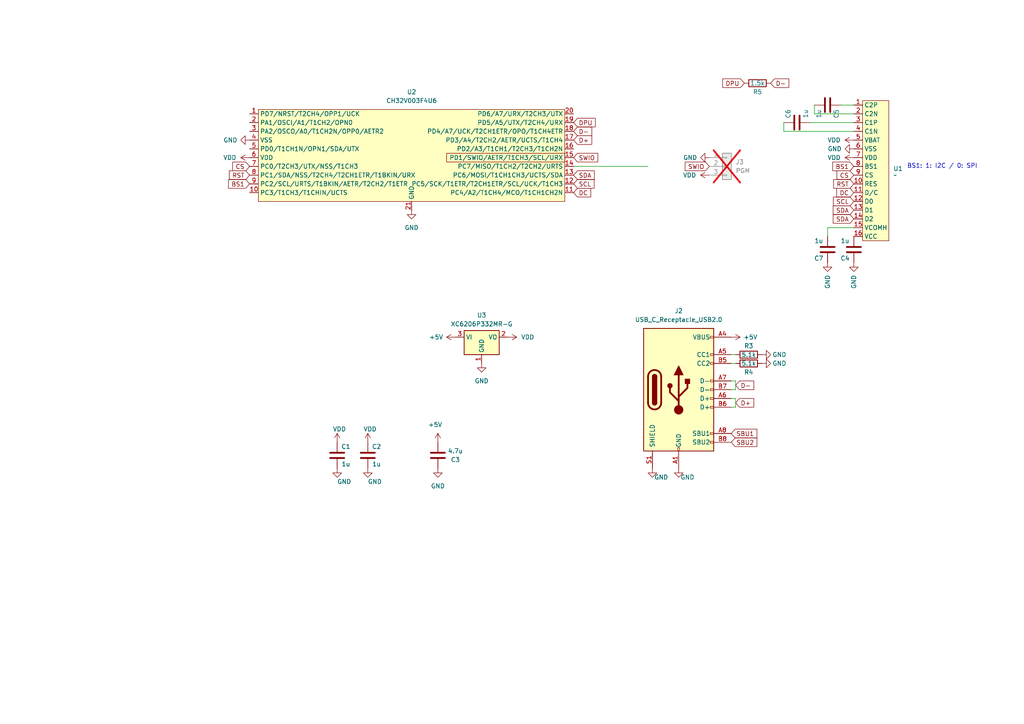
<source format=kicad_sch>
(kicad_sch (version 20231120) (generator "eeschema") (generator_version "8.0")
  (paper "A4")
  (lib_symbols
    (symbol "CH32V003F4U6:CH32V003F4U6"
      (property "Reference" "U" (at 0 0 0))
      (property "Value" "CH32V003F4U6" (at 0 3.81 0))
      (symbol "CH32V003F4U6_0_1"
        (rectangle (start -44.45 12.7) (end 44.45 -13.97) (fill (type background)))
        (rectangle (start 10.16 0) (end 44.45 -2.54) (fill (type background)))
      )
      (symbol "CH32V003F4U6_1_1"
        (pin bidirectional line (at -46.99 11.43 0) (length 2.54) (name "PD7/NRST/T2CH4/OPP1/UCK") (number "1"))
        (pin bidirectional line (at -46.99 -11.43 0) (length 2.54) (name "PC3/T1CH3/T1CHIN/UCTS") (number "10"))
        (pin bidirectional line (at 46.99 -11.43 180) (length 2.54) (name "PC4/A2/T1CH4/MCO/T1CH1CH2N") (number "11"))
        (pin bidirectional line (at 46.99 -8.89 180) (length 2.54) (name "PC5/SCK/T1ETR/T2CH1ETR/SCL/UCK/T1CH3") (number "12"))
        (pin bidirectional line (at 46.99 -6.35 180) (length 2.54) (name "PC6/MOSI/T1CH1CH3/UCTS/SDA") (number "13"))
        (pin bidirectional line (at 46.99 -3.81 180) (length 2.54) (name "PC7/MISO/T1CH2/T2CH2/URTS") (number "14"))
        (pin bidirectional line (at 46.99 -1.27 180) (length 2.54) (name "PD1/SWIO/AETR/T1CH3/SCL/URX") (number "15"))
        (pin bidirectional line (at 46.99 1.27 180) (length 2.54) (name "PD2/A3/T1CH1/T2CH3/T1CH2N") (number "16"))
        (pin bidirectional line (at 46.99 3.81 180) (length 2.54) (name "PD3/A4/T2CH2/AETR/UCTS/T1CH4") (number "17"))
        (pin bidirectional line (at 46.99 6.35 180) (length 2.54) (name "PD4/A7/UCK/T2CH1ETR/OPO/T1CH4ETR") (number "18"))
        (pin bidirectional line (at 46.99 8.89 180) (length 2.54) (name "PD5/A5/UTX/T2CH4/URX") (number "19"))
        (pin bidirectional line (at -46.99 8.89 0) (length 2.54) (name "PA1/OSCI/A1/T1CH2/OPN0") (number "2"))
        (pin bidirectional line (at 46.99 11.43 180) (length 2.54) (name "PD6/A7/URX/T2CH3/UTX") (number "20"))
        (pin bidirectional line (at 0 -16.51 90) (length 2.54) (name "GND") (number "21"))
        (pin bidirectional line (at -46.99 6.35 0) (length 2.54) (name "PA2/OSCO/A0/T1CH2N/OPP0/AETR2") (number "3"))
        (pin bidirectional line (at -46.99 3.81 0) (length 2.54) (name "VSS") (number "4"))
        (pin bidirectional line (at -46.99 1.27 0) (length 2.54) (name "PD0/T1CH1N/OPN1/SDA/UTX") (number "5"))
        (pin bidirectional line (at -46.99 -1.27 0) (length 2.54) (name "VDD") (number "6"))
        (pin bidirectional line (at -46.99 -3.81 0) (length 2.54) (name "PC0/T2CH3/UTX/NSS/T1CH3") (number "7"))
        (pin bidirectional line (at -46.99 -6.35 0) (length 2.54) (name "PC1/SDA/NSS/T2CH4/T2CH1ETR/T1BKIN/URX") (number "8"))
        (pin bidirectional line (at -46.99 -8.89 0) (length 2.54) (name "PC2/SCL/URTS/T1BKIN/AETR/T2CH2/T1ETR") (number "9"))
      )
    )
    (symbol "Connector:USB_C_Receptacle_USB2.0" (pin_names (offset 1.016))
      (property "Reference" "J" (at -10.16 19.05 0))
      (property "Value" "USB_C_Receptacle_USB2.0" (at 19.05 19.05 0))
      (symbol "USB_C_Receptacle_USB2.0_0_0"
        (rectangle (start -0.254 -17.78) (end 0.254 -16.764))
        (rectangle (start 10.16 -14.986) (end 9.144 -15.494))
        (rectangle (start 10.16 -12.446) (end 9.144 -12.954))
        (rectangle (start 10.16 -4.826) (end 9.144 -5.334))
        (rectangle (start 10.16 -2.286) (end 9.144 -2.794))
        (rectangle (start 10.16 0.254) (end 9.144 -0.254))
        (rectangle (start 10.16 2.794) (end 9.144 2.286))
        (rectangle (start 10.16 7.874) (end 9.144 7.366))
        (rectangle (start 10.16 10.414) (end 9.144 9.906))
        (rectangle (start 10.16 15.494) (end 9.144 14.986))
      )
      (symbol "USB_C_Receptacle_USB2.0_0_1"
        (rectangle (start -10.16 17.78) (end 10.16 -17.78) (stroke (width 0.254)) (fill (type background)))
        (arc (start -8.89 -3.81) (mid -6.985 -5.7067) (end -5.08 -3.81) (stroke (width 0.508)))
        (arc (start -7.62 -3.81) (mid -6.985 -4.4423) (end -6.35 -3.81) (stroke (width 0.254)))
        (arc (start -7.62 -3.81) (mid -6.985 -4.4423) (end -6.35 -3.81) (stroke (width 0.254)) (fill (type outline)))
        (rectangle (start -7.62 -3.81) (end -6.35 3.81) (stroke (width 0.254)) (fill (type outline)))
        (arc (start -6.35 3.81) (mid -6.985 4.4423) (end -7.62 3.81) (stroke (width 0.254)))
        (arc (start -6.35 3.81) (mid -6.985 4.4423) (end -7.62 3.81) (stroke (width 0.254)) (fill (type outline)))
        (arc (start -5.08 3.81) (mid -6.985 5.7067) (end -8.89 3.81) (stroke (width 0.508)))
        (circle (center -2.54 1.143) (radius 0.635) (stroke (width 0.254)) (fill (type outline)))
        (circle (center 0 -5.842) (radius 1.27) (fill (type outline)))
        (polyline (pts (xy -8.89 -3.81) (xy -8.89 3.81)) (stroke (width 0.508)))
        (polyline (pts (xy -5.08 3.81) (xy -5.08 -3.81)) (stroke (width 0.508)))
        (polyline (pts (xy 0 -5.842) (xy 0 4.318)) (stroke (width 0.508)))
        (polyline (pts (xy 0 -3.302) (xy -2.54 -0.762) (xy -2.54 0.508)) (stroke (width 0.508)))
        (polyline (pts (xy 0 -2.032) (xy 2.54 0.508) (xy 2.54 1.778)) (stroke (width 0.508)))
        (polyline (pts (xy -1.27 4.318) (xy 0 6.858) (xy 1.27 4.318) (xy -1.27 4.318)) (stroke (width 0.254)) (fill (type outline)))
        (rectangle (start 1.905 1.778) (end 3.175 3.048) (stroke (width 0.254)) (fill (type outline)))
      )
      (symbol "USB_C_Receptacle_USB2.0_1_1"
        (pin passive line (at 0 -22.86 90) (length 5.08) (name "GND") (number "A1"))
        (pin passive line (at 0 -22.86 90) (length 5.08) hide (name "GND") (number "A12"))
        (pin passive line (at 15.24 15.24 180) (length 5.08) (name "VBUS") (number "A4"))
        (pin bidirectional line (at 15.24 10.16 180) (length 5.08) (name "CC1") (number "A5"))
        (pin bidirectional line (at 15.24 -2.54 180) (length 5.08) (name "D+") (number "A6"))
        (pin bidirectional line (at 15.24 2.54 180) (length 5.08) (name "D-") (number "A7"))
        (pin bidirectional line (at 15.24 -12.7 180) (length 5.08) (name "SBU1") (number "A8"))
        (pin passive line (at 15.24 15.24 180) (length 5.08) hide (name "VBUS") (number "A9"))
        (pin passive line (at 0 -22.86 90) (length 5.08) hide (name "GND") (number "B1"))
        (pin passive line (at 0 -22.86 90) (length 5.08) hide (name "GND") (number "B12"))
        (pin passive line (at 15.24 15.24 180) (length 5.08) hide (name "VBUS") (number "B4"))
        (pin bidirectional line (at 15.24 7.62 180) (length 5.08) (name "CC2") (number "B5"))
        (pin bidirectional line (at 15.24 -5.08 180) (length 5.08) (name "D+") (number "B6"))
        (pin bidirectional line (at 15.24 0 180) (length 5.08) (name "D-") (number "B7"))
        (pin bidirectional line (at 15.24 -15.24 180) (length 5.08) (name "SBU2") (number "B8"))
        (pin passive line (at 15.24 15.24 180) (length 5.08) hide (name "VBUS") (number "B9"))
        (pin passive line (at -7.62 -22.86 90) (length 5.08) (name "SHIELD") (number "S1"))
      )
    )
    (symbol "Connector_Generic:Conn_01x03" (pin_names (offset 1.016) hide)
      (property "Reference" "J" (at 0 5.08 0))
      (property "Value" "Conn_01x03" (at 0 -5.08 0))
      (symbol "Conn_01x03_1_1"
        (rectangle (start -1.27 -2.413) (end 0 -2.667) (stroke (width 0.1524)))
        (rectangle (start -1.27 0.127) (end 0 -0.127) (stroke (width 0.1524)))
        (rectangle (start -1.27 2.667) (end 0 2.413) (stroke (width 0.1524)))
        (rectangle (start -1.27 3.81) (end 1.27 -3.81) (stroke (width 0.254)) (fill (type background)))
        (pin passive line (at -5.08 2.54 0) (length 3.81) (name "Pin_1") (number "1"))
        (pin passive line (at -5.08 0 0) (length 3.81) (name "Pin_2") (number "2"))
        (pin passive line (at -5.08 -2.54 0) (length 3.81) (name "Pin_3") (number "3"))
      )
    )
    (symbol "Device:C" (pin_numbers hide) (pin_names (offset 0.254))
      (property "Reference" "C" (at 0.635 2.54 0))
      (property "Value" "C" (at 0.635 -2.54 0))
      (symbol "C_0_1"
        (polyline (pts (xy -2.032 -0.762) (xy 2.032 -0.762)) (stroke (width 0.508)))
        (polyline (pts (xy -2.032 0.762) (xy 2.032 0.762)) (stroke (width 0.508)))
      )
      (symbol "C_1_1"
        (pin passive line (at 0 3.81 270) (length 2.794) (name "~") (number "1"))
        (pin passive line (at 0 -3.81 90) (length 2.794) (name "~") (number "2"))
      )
    )
    (symbol "Device:R" (pin_numbers hide) (pin_names (offset 0))
      (property "Reference" "R" (at 2.032 0 90))
      (property "Value" "R" (at 0 0 90))
      (symbol "R_0_1"
        (rectangle (start -1.016 -2.54) (end 1.016 2.54) (stroke (width 0.254)))
      )
      (symbol "R_1_1"
        (pin passive line (at 0 3.81 270) (length 1.27) (name "~") (number "1"))
        (pin passive line (at 0 -3.81 90) (length 1.27) (name "~") (number "2"))
      )
    )
    (symbol "Regulator_Linear:LM1117S-3.3"
      (property "Reference" "U" (at -3.81 3.175 0))
      (property "Value" "LM1117S-3.3" (at 0 3.175 0))
      (symbol "LM1117S-3.3_0_1"
        (rectangle (start -5.08 -5.08) (end 5.08 1.905) (stroke (width 0.254)) (fill (type background)))
      )
      (symbol "LM1117S-3.3_1_1"
        (pin power_in line (at 0 -7.62 90) (length 2.54) (name "GND") (number "1"))
        (pin power_out line (at 7.62 0 180) (length 2.54) (name "VO") (number "2"))
        (pin power_in line (at -7.62 0 0) (length 2.54) (name "VI") (number "3"))
      )
    )
    (symbol "cnhardware:OLED-0.42-72x40"
      (property "Reference" "U" (at -1.016 21.336 0))
      (symbol "OLED-0.42-72x40_1_1"
        (rectangle (start -3.81 20.32) (end 3.81 -20.32) (fill (type background)))
        (pin bidirectional line (at -6.35 19.05 0) (length 2.54) (name "C2P") (number "1"))
        (pin bidirectional line (at -6.35 -3.81 0) (length 2.54) (name "RES") (number "10"))
        (pin bidirectional line (at -6.35 -6.35 0) (length 2.54) (name "D/C") (number "11"))
        (pin bidirectional line (at -6.35 -8.89 0) (length 2.54) (name "D0") (number "12"))
        (pin bidirectional line (at -6.35 -11.43 0) (length 2.54) (name "D1") (number "13"))
        (pin bidirectional line (at -6.35 -13.97 0) (length 2.54) (name "D2") (number "14"))
        (pin bidirectional line (at -6.35 -16.51 0) (length 2.54) (name "VCOMH") (number "15"))
        (pin bidirectional line (at -6.35 -19.05 0) (length 2.54) (name "VCC") (number "16"))
        (pin bidirectional line (at -6.35 16.51 0) (length 2.54) (name "C2N") (number "2"))
        (pin bidirectional line (at -6.35 13.97 0) (length 2.54) (name "C1P") (number "3"))
        (pin bidirectional line (at -6.35 11.43 0) (length 2.54) (name "C1N") (number "4"))
        (pin bidirectional line (at -6.35 8.89 0) (length 2.54) (name "VBAT") (number "5"))
        (pin bidirectional line (at -6.35 6.35 0) (length 2.54) (name "VSS") (number "6"))
        (pin bidirectional line (at -6.35 3.81 0) (length 2.54) (name "VDD") (number "7"))
        (pin bidirectional line (at -6.35 1.27 0) (length 2.54) (name "BS1") (number "8"))
        (pin bidirectional line (at -6.35 -1.27 0) (length 2.54) (name "CS") (number "9"))
      )
    )
    (symbol "power:+5V" (power) (pin_names (offset 0))
      (property "Value" "+5V" (at 0 3.556 0))
      (symbol "+5V_0_1"
        (polyline (pts (xy -0.762 1.27) (xy 0 2.54)))
        (polyline (pts (xy 0 0) (xy 0 2.54)))
        (polyline (pts (xy 0 2.54) (xy 0.762 1.27)))
      )
      (symbol "+5V_1_1"
        (pin power_in line (at 0 0 90) (length 0) hide (name "+5V") (number "1"))
      )
    )
    (symbol "power:GND" (power) (pin_names (offset 0))
      (property "Value" "GND" (at 0 -3.81 0))
      (symbol "GND_0_1"
        (polyline (pts (xy 0 0) (xy 0 -1.27) (xy 1.27 -1.27) (xy 0 -2.54) (xy -1.27 -1.27) (xy 0 -1.27)))
      )
      (symbol "GND_1_1"
        (pin power_in line (at 0 0 270) (length 0) hide (name "GND") (number "1"))
      )
    )
    (symbol "power:VDD" (power) (pin_names (offset 0))
      (property "Value" "VDD" (at 0 3.81 0))
      (symbol "VDD_0_1"
        (polyline (pts (xy -0.762 1.27) (xy 0 2.54)))
        (polyline (pts (xy 0 0) (xy 0 2.54)))
        (polyline (pts (xy 0 2.54) (xy 0.762 1.27)))
      )
      (symbol "VDD_1_1"
        (pin power_in line (at 0 0 90) (length 0) hide (name "VDD") (number "1"))
      )
    )
  )
  (wire (pts (xy 213.36 118.11) (xy 212.09 118.11)))
  (wire (pts (xy 240.03 66.04) (xy 247.65 66.04)))
  (wire (pts (xy 212.09 113.03) (xy 213.36 113.03)))
  (wire (pts (xy 240.03 68.58) (xy 240.03 66.04)))
  (wire (pts (xy 213.36 115.57) (xy 213.36 118.11)))
  (wire (pts (xy 243.84 30.48) (xy 247.65 30.48)))
  (wire (pts (xy 236.22 33.02) (xy 247.65 33.02)))
  (wire (pts (xy 227.33 38.1) (xy 227.33 35.56)))
  (wire (pts (xy 236.22 30.48) (xy 236.22 33.02)))
  (wire (pts (xy 213.36 115.57) (xy 212.09 115.57)))
  (wire (pts (xy 213.36 110.49) (xy 212.09 110.49)))
  (wire (pts (xy 213.36 110.49) (xy 213.36 113.03)))
  (wire (pts (xy 166.37 48.26) (xy 187.96 48.26)))
  (wire (pts (xy 212.09 105.41) (xy 213.36 105.41)))
  (wire (pts (xy 234.95 35.56) (xy 247.65 35.56)))
  (wire (pts (xy 247.65 38.1) (xy 227.33 38.1)))
  (wire (pts (xy 212.09 102.87) (xy 213.36 102.87)))
  (text "BS1: 1: I2C / 0: SPI" (at 273.304 48.26 0) (effects (font (size 1.27 1.27))))
  (global_label "D+" (shape input) (at 166.37 40.64 0) (property "Intersheetrefs" "${INTERSHEET_REFS}" (effects (hide yes))))
  (global_label "SWIO" (shape input) (at 166.37 45.72 0) (property "Intersheetrefs" "${INTERSHEET_REFS}" (effects (hide yes))))
  (global_label "SWIO" (shape input) (at 205.74 48.26 180) (property "Intersheetrefs" "${INTERSHEET_REFS}" (effects (hide yes))))
  (global_label "SDA" (shape input) (at 247.65 63.5 180) (property "Intersheetrefs" "${INTERSHEET_REFS}" (effects (hide yes))))
  (global_label "DC" (shape input) (at 166.37 55.88 0) (property "Intersheetrefs" "${INTERSHEET_REFS}" (effects (hide yes))))
  (global_label "DPU" (shape input) (at 215.9 24.13 180) (property "Intersheetrefs" "${INTERSHEET_REFS}" (effects (hide yes))))
  (global_label "D-" (shape input) (at 213.36 111.76 0) (property "Intersheetrefs" "${INTERSHEET_REFS}" (effects (hide yes))))
  (global_label "SDA" (shape input) (at 166.37 50.8 0) (property "Intersheetrefs" "${INTERSHEET_REFS}" (effects (hide yes))))
  (global_label "BS1" (shape input) (at 247.65 48.26 180) (property "Intersheetrefs" "${INTERSHEET_REFS}" (effects (hide yes))))
  (global_label "BS1" (shape input) (at 72.39 53.34 180) (property "Intersheetrefs" "${INTERSHEET_REFS}" (effects (hide yes))))
  (global_label "SCL" (shape input) (at 166.37 53.34 0) (property "Intersheetrefs" "${INTERSHEET_REFS}" (effects (hide yes))))
  (global_label "D-" (shape input) (at 223.52 24.13 0) (property "Intersheetrefs" "${INTERSHEET_REFS}" (effects (hide yes))))
  (global_label "CS" (shape input) (at 247.65 50.8 180) (property "Intersheetrefs" "${INTERSHEET_REFS}" (effects (hide yes))))
  (global_label "SDA" (shape input) (at 247.65 60.96 180) (property "Intersheetrefs" "${INTERSHEET_REFS}" (effects (hide yes))))
  (global_label "D-" (shape input) (at 166.37 38.1 0) (property "Intersheetrefs" "${INTERSHEET_REFS}" (effects (hide yes))))
  (global_label "SBU1" (shape input) (at 212.09 125.73 0) (property "Intersheetrefs" "${INTERSHEET_REFS}" (effects (hide yes))))
  (global_label "RST" (shape input) (at 247.65 53.34 180) (property "Intersheetrefs" "${INTERSHEET_REFS}" (effects (hide yes))))
  (global_label "SCL" (shape input) (at 247.65 58.42 180) (property "Intersheetrefs" "${INTERSHEET_REFS}" (effects (hide yes))))
  (global_label "RST" (shape input) (at 72.39 50.8 180) (property "Intersheetrefs" "${INTERSHEET_REFS}" (effects (hide yes))))
  (global_label "DC" (shape input) (at 247.65 55.88 180) (property "Intersheetrefs" "${INTERSHEET_REFS}" (effects (hide yes))))
  (global_label "DPU" (shape input) (at 166.37 35.56 0) (property "Intersheetrefs" "${INTERSHEET_REFS}" (effects (hide yes))))
  (global_label "D+" (shape input) (at 213.36 116.84 0) (property "Intersheetrefs" "${INTERSHEET_REFS}" (effects (hide yes))))
  (global_label "CS" (shape input) (at 72.39 48.26 180) (property "Intersheetrefs" "${INTERSHEET_REFS}" (effects (hide yes))))
  (global_label "SBU2" (shape input) (at 212.09 128.27 0) (property "Intersheetrefs" "${INTERSHEET_REFS}" (effects (hide yes))))
  (symbol (lib_id "power:VDD") (at 97.79 128.27 0) (unit 1)
    (property "Reference" "#PWR04" (effects (hide yes)))
    (property "Value" "VDD" (at 96.52 124.46 0) (effects (justify left)))
  )
  (symbol (lib_id "power:GND") (at 127 135.89 0) (unit 1)
    (property "Reference" "#PWR010" (effects (hide yes)))
    (property "Value" "GND" (at 127 140.97 0))
  )
  (symbol (lib_id "Device:C") (at 106.68 132.08 180) (unit 1)
    (property "Reference" "C2" (at 109.22 129.54 0))
    (property "Value" "1u" (at 109.22 134.62 0))
    (property "Footprint" "Resistor_SMD:R_0402_1005Metric" (effects (hide yes)))
    (property "LCSC" "C52923" (effects (hide yes)))
  )
  (symbol (lib_id "power:GND") (at 196.85 135.89 0) (unit 1)
    (property "Reference" "#PWR015" (effects (hide yes)))
    (property "Value" "GND" (at 199.39 138.43 0))
  )
  (symbol (lib_id "power:GND") (at 119.38 60.96 0) (unit 1)
    (property "Reference" "#PWR08" (effects (hide yes)))
    (property "Value" "GND" (at 119.38 66.04 0))
  )
  (symbol (lib_id "cnhardware:OLED-0.42-72x40") (at 254 49.53 0) (unit 1)
    (property "Reference" "U1" (at 259.08 48.8949 0) (effects (justify left)))
    (property "Value" "~" (at 259.08 50.8 0) (effects (justify left)))
    (property "Footprint" "cnhardware:P0.65mm_16_pin_OLED_FLEX_CONTACT" (effects (hide yes)))
  )
  (symbol (lib_id "power:GND") (at 205.74 45.72 270) (unit 1)
    (property "Reference" "#PWR016" (effects (hide yes)))
    (property "Value" "GND" (at 198.12 45.72 90) (effects (justify left)))
  )
  (symbol (lib_id "power:GND") (at 220.98 105.41 90) (unit 1)
    (property "Reference" "#PWR021" (effects (hide yes)))
    (property "Value" "GND" (at 226.06 105.41 90))
  )
  (symbol (lib_id "Device:C") (at 240.03 72.39 0) (unit 1)
    (property "Reference" "C7" (at 237.49 74.93 0))
    (property "Value" "1u" (at 237.49 69.85 0))
    (property "Footprint" "Resistor_SMD:R_0402_1005Metric" (effects (hide yes)))
    (property "LCSC" "C52923" (effects (hide yes)))
  )
  (symbol (lib_id "power:+5V") (at 127 128.27 0) (unit 1)
    (property "Reference" "#PWR09" (effects (hide yes)))
    (property "Value" "+5V" (at 128.27 123.19 0) (effects (justify right)))
  )
  (symbol (lib_id "Device:R") (at 217.17 105.41 90) (unit 1)
    (property "Reference" "R4" (at 217.17 107.95 90))
    (property "Value" "5.1k" (at 217.17 105.41 90))
    (property "Footprint" "Resistor_SMD:R_0402_1005Metric" (effects (hide yes)))
    (property "LCSC" "C25905" (effects (hide yes)))
  )
  (symbol (lib_id "power:VDD") (at 247.65 45.72 90) (unit 1)
    (property "Reference" "#PWR023" (effects (hide yes)))
    (property "Value" "VDD" (at 243.84 45.7199 90) (effects (justify left)))
  )
  (symbol (lib_id "power:+5V") (at 212.09 97.79 270) (unit 1)
    (property "Reference" "#PWR019" (effects (hide yes)))
    (property "Value" "+5V" (at 219.71 97.79 90) (effects (justify right)))
  )
  (symbol (lib_id "power:+5V") (at 132.08 97.79 90) (unit 1)
    (property "Reference" "#PWR011" (effects (hide yes)))
    (property "Value" "+5V" (at 124.46 97.79 90) (effects (justify right)))
  )
  (symbol (lib_id "power:VDD") (at 247.65 40.64 90) (unit 1)
    (property "Reference" "#PWR018" (effects (hide yes)))
    (property "Value" "VDD" (at 243.84 40.6399 90) (effects (justify left)))
  )
  (symbol (lib_id "power:GND") (at 139.7 105.41 0) (unit 1)
    (property "Reference" "#PWR012" (effects (hide yes)))
    (property "Value" "GND" (at 139.7 110.49 0))
  )
  (symbol (lib_id "power:VDD") (at 205.74 50.8 90) (unit 1)
    (property "Reference" "#PWR017" (effects (hide yes)))
    (property "Value" "VDD" (at 201.93 50.7999 90) (effects (justify left)))
  )
  (symbol (lib_id "Device:R") (at 217.17 102.87 90) (unit 1)
    (property "Reference" "R3" (at 217.17 100.33 90))
    (property "Value" "5.1k" (at 217.17 102.87 90))
    (property "Footprint" "Resistor_SMD:R_0402_1005Metric" (effects (hide yes)))
    (property "LCSC" "C25905" (effects (hide yes)))
  )
  (symbol (lib_id "Device:C") (at 127 132.08 180) (unit 1)
    (property "Reference" "C3" (at 132.08 133.35 0))
    (property "Value" "4.7u" (at 132.08 130.81 0))
    (property "Footprint" "Resistor_SMD:R_0402_1005Metric" (effects (hide yes)))
    (property "LCSC" "C23733" (effects (hide yes)))
  )
  (symbol (lib_id "power:GND") (at 106.68 135.89 0) (unit 1)
    (property "Reference" "#PWR07" (effects (hide yes)))
    (property "Value" "GND" (at 106.68 139.7 0) (effects (justify left)))
  )
  (symbol (lib_id "power:GND") (at 97.79 135.89 0) (unit 1)
    (property "Reference" "#PWR05" (effects (hide yes)))
    (property "Value" "GND" (at 97.79 139.7 0) (effects (justify left)))
  )
  (symbol (lib_id "power:GND") (at 189.23 135.89 0) (unit 1)
    (property "Reference" "#PWR014" (effects (hide yes)))
    (property "Value" "GND" (at 191.77 138.43 0))
  )
  (symbol (lib_id "Device:C") (at 240.03 30.48 90) (unit 1)
    (property "Reference" "C5" (at 242.57 33.02 0))
    (property "Value" "1u" (at 237.49 33.02 0))
    (property "Footprint" "Resistor_SMD:R_0402_1005Metric" (effects (hide yes)))
    (property "LCSC" "C52923" (effects (hide yes)))
  )
  (symbol (lib_id "Device:C") (at 97.79 132.08 180) (unit 1)
    (property "Reference" "C1" (at 100.33 129.54 0))
    (property "Value" "1u" (at 100.33 134.62 0))
    (property "Footprint" "Resistor_SMD:R_0402_1005Metric" (effects (hide yes)))
    (property "LCSC" "C52923" (effects (hide yes)))
  )
  (symbol (lib_id "power:VDD") (at 106.68 128.27 0) (unit 1)
    (property "Reference" "#PWR06" (effects (hide yes)))
    (property "Value" "VDD" (at 105.41 124.46 0) (effects (justify left)))
  )
  (symbol (lib_id "power:GND") (at 247.65 43.18 270) (unit 1)
    (property "Reference" "#PWR022" (effects (hide yes)))
    (property "Value" "GND" (at 240.03 43.18 90) (effects (justify left)))
  )
  (symbol (lib_id "Regulator_Linear:LM1117S-3.3") (at 139.7 97.79 0) (unit 1)
    (property "Reference" "U3" (at 139.7 91.44 0))
    (property "Value" "XC6206P332MR-G" (at 139.7 93.98 0))
    (property "Footprint" "Package_TO_SOT_SMD:SOT-23" (effects (hide yes)))
    (property "Datasheet" "http://www.ti.com/lit/ds/symlink/lm1117.pdf" (effects (hide yes)))
    (property "LCSC" "C5446" (effects (hide yes)))
  )
  (symbol (lib_id "Device:C") (at 231.14 35.56 270) (unit 1)
    (property "Reference" "C6" (at 228.6 33.02 0))
    (property "Value" "1u" (at 233.68 33.02 0))
    (property "Footprint" "Resistor_SMD:R_0402_1005Metric" (effects (hide yes)))
    (property "LCSC" "C52923" (effects (hide yes)))
  )
  (symbol (lib_id "power:VDD") (at 147.32 97.79 270) (unit 1)
    (property "Reference" "#PWR013" (effects (hide yes)))
    (property "Value" "VDD" (at 151.13 97.79 90) (effects (justify left)))
  )
  (symbol (lib_id "Device:R") (at 219.71 24.13 90) (unit 1)
    (property "Reference" "R5" (at 219.71 26.67 90))
    (property "Value" "1.5k" (at 219.71 24.13 90))
    (property "Footprint" "Resistor_SMD:R_0402_1005Metric" (effects (hide yes)))
    (property "LCSC" "C25867" (effects (hide yes)))
  )
  (symbol (lib_id "Connector_Generic:Conn_01x03") (at 210.82 48.26 0) (unit 1) (in_bom no) (dnp yes)
    (property "Reference" "J3" (at 213.36 46.99 0) (effects (justify left)))
    (property "Value" "PGM" (at 213.36 49.53 0) (effects (justify left)))
    (property "Footprint" "Connector_PinHeader_2.54mm:PinHeader_1x03_P2.54mm_Vertical" (effects (hide yes)))
  )
  (symbol (lib_id "Device:C") (at 247.65 72.39 0) (unit 1)
    (property "Reference" "C4" (at 245.11 74.93 0))
    (property "Value" "1u" (at 245.11 69.85 0))
    (property "Footprint" "Resistor_SMD:R_0402_1005Metric" (effects (hide yes)))
    (property "LCSC" "C52923" (effects (hide yes)))
  )
  (symbol (lib_id "power:GND") (at 240.03 76.2 0) (unit 1)
    (property "Reference" "#PWR024" (effects (hide yes)))
    (property "Value" "GND" (at 240.03 83.82 90) (effects (justify left)))
  )
  (symbol (lib_id "Connector:USB_C_Receptacle_USB2.0") (at 196.85 113.03 0) (unit 1)
    (property "Reference" "J2" (at 196.85 90.17 0))
    (property "Value" "USB_C_Receptacle_USB2.0" (at 196.85 92.71 0))
    (property "Footprint" "Connector_USB:USB_C_Receptacle_HRO_TYPE-C-31-M-12" (effects (hide yes)))
    (property "Datasheet" "https://www.usb.org/sites/default/files/documents/usb_type-c.zip" (effects (hide yes)))
    (property "LCSC" "C2765186" (effects (hide yes)))
  )
  (symbol (lib_id "power:GND") (at 247.65 76.2 0) (unit 1)
    (property "Reference" "#PWR01" (effects (hide yes)))
    (property "Value" "GND" (at 247.65 83.82 90) (effects (justify left)))
  )
  (symbol (lib_id "power:GND") (at 72.39 40.64 270) (unit 1)
    (property "Reference" "#PWR02" (effects (hide yes)))
    (property "Value" "GND" (at 64.77 40.64 90) (effects (justify left)))
  )
  (symbol (lib_id "CH32V003F4U6:CH32V003F4U6") (at 119.38 44.45 0) (unit 1)
    (property "Reference" "U2" (at 119.38 26.67 0))
    (property "Value" "CH32V003F4U6" (at 119.38 29.21 0))
    (property "Footprint" "Package_DFN_QFN:QFN-20-1EP_3x3mm_P0.4mm_EP1.65x1.65mm" (effects (hide yes)))
    (property "LCSC" "C5299908" (effects (hide yes)))
  )
  (symbol (lib_id "power:VDD") (at 72.39 45.72 90) (unit 1)
    (property "Reference" "#PWR03" (effects (hide yes)))
    (property "Value" "VDD" (at 68.58 45.7199 90) (effects (justify left)))
  )
  (symbol (lib_id "power:GND") (at 220.98 102.87 90) (unit 1)
    (property "Reference" "#PWR020" (effects (hide yes)))
    (property "Value" "GND" (at 226.06 102.87 90))
  )
)
</source>
